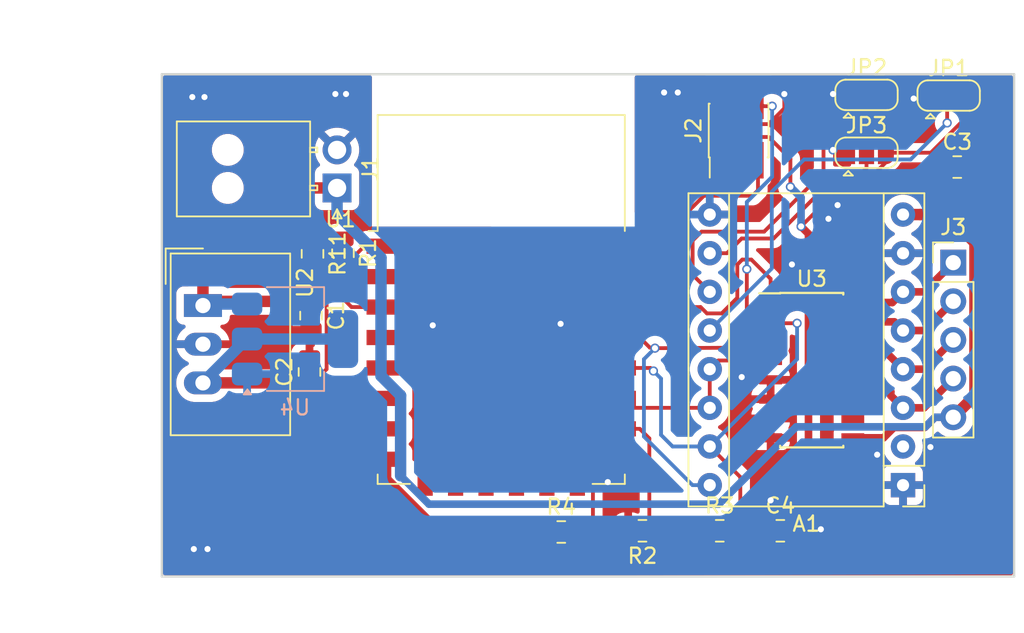
<source format=kicad_pcb>
(kicad_pcb (version 20241229) (generator "pcbnew") (generator_version "9.0")
  (layers (0 "F.Cu" signal) (2 "B.Cu" signal) (13 "F.Paste" user) (15 "B.Paste" user) (5 "F.SilkS" user) (7 "B.SilkS" user) (1 "F.Mask" user) (3 "B.Mask" user) (25 "Edge.Cuts" user))
  (net 0 "")
  (net 1 "+5V")
  (net 2 "GNDD")
  (net 3 "Net-(A1-M0)")
  (net 4 "/Coil4")
  (net 5 "/Coil3")
  (net 6 "/Coil2")
  (net 7 "/Coil1")
  (net 8 "Net-(A1-M1)")
  (net 9 "/D0")
  (net 10 "Net-(A1-M2)")
  (net 12 "+3.3V")
  (net 13 "/Esp8266/RX")
  (net 14 "/Esp8266/TX")
  (net 15 "/Esp8266/EN")
  (net 16 "/D4")
  (net 17 "/D2")
  (net 18 "Net-(U1-~{RST})")
  (net 19 "/D5")
  (net 20 "/Esp8266/GPIO15")
  (net 22 "/Esp8266/GPIO16")
  (net 26 "/Esp8266/GPIO14")
  (net 27 "/Esp8266/GPIO13")
  (net 29 "/Esp8266/GPIO12")
  (net 31 "/Esp8266/AnalogIn")
  (footprint "Capacitor_SMD:C_0805_2012Metric" (layer "F.Cu") (at 157.8 101.8625 -90)
    (property "Reference" "C1" (at 0 -1.65 90) (layer "F.SilkS"))
    (property "Value" "22uF")
    (fp_line (start -0.258578 0.71) (end 0.258578 0.71) (stroke (width 0.12)) (layer "F.SilkS"))
    (fp_line (start -0.258578 -0.71) (end 0.258578 -0.71) (stroke (width 0.12)) (layer "F.SilkS"))
    (pad "1" smd roundrect (at -0.9375 0 270) (size 0.975 1.4) (layers "F.Cu" "F.Mask" "F.Paste") (net 1 "+5V"))
    (pad "2" smd roundrect (at 0.9375 0 270) (size 0.975 1.4) (layers "F.Cu" "F.Mask" "F.Paste") (net 2 "GNDD"))
  )
  (footprint "Capacitor_SMD:C_0805_2012Metric" (layer "F.Cu") (at 157.7 105.5625 90)
    (property "Reference" "C2" (at 0 -1.65 90) (layer "F.SilkS"))
    (property "Value" "22uF")
    (fp_line (start -0.258578 -0.71) (end 0.258578 -0.71) (stroke (width 0.12)) (layer "F.SilkS"))
    (fp_line (start -0.258578 0.71) (end 0.258578 0.71) (stroke (width 0.12)) (layer "F.SilkS"))
    (pad "1" smd roundrect (at -0.9375 0 90) (size 0.975 1.4) (layers "F.Cu" "F.Mask" "F.Paste") (net 12 "+3.3V"))
    (pad "2" smd roundrect (at 0.9375 0 90) (size 0.975 1.4) (layers "F.Cu" "F.Mask" "F.Paste") (net 2 "GNDD"))
  )
  (footprint "Capacitor_SMD:C_0805_2012Metric" (layer "F.Cu") (at 200.2625 92.1)
    (property "Reference" "C3" (at 0 -1.65 0) (layer "F.SilkS"))
    (property "Value" "1uF")
    (fp_line (start -0.258578 -0.71) (end 0.258578 -0.71) (stroke (width 0.12)) (layer "F.SilkS"))
    (fp_line (start -0.258578 0.71) (end 0.258578 0.71) (stroke (width 0.12)) (layer "F.SilkS"))
    (pad "1" smd roundrect (at -0.9375 0) (size 0.975 1.4) (layers "F.Cu" "F.Mask" "F.Paste") (net 1 "+5V"))
    (pad "2" smd roundrect (at 0.9375 0) (size 0.975 1.4) (layers "F.Cu" "F.Mask" "F.Paste") (net 2 "GNDD"))
  )
  (footprint "Capacitor_SMD:C_0805_2012Metric" (layer "F.Cu") (at 188.6375 116)
    (property "Reference" "C4" (at 0 -1.65 0) (layer "F.SilkS"))
    (property "Value" "1Uf")
    (fp_line (start -0.258578 -0.71) (end 0.258578 -0.71) (stroke (width 0.12)) (layer "F.SilkS"))
    (fp_line (start -0.258578 0.71) (end 0.258578 0.71) (stroke (width 0.12)) (layer "F.SilkS"))
    (pad "1" smd roundrect (at -0.9375 0) (size 0.975 1.4) (layers "F.Cu" "F.Mask" "F.Paste") (net 12 "+3.3V"))
    (pad "2" smd roundrect (at 0.9375 0) (size 0.975 1.4) (layers "F.Cu" "F.Mask" "F.Paste") (net 2 "GNDD"))
  )
  (footprint "Pin_Headers:Pin_Header_Straight_1x05_Pitch2.54mm" (layer "F.Cu") (at 200 98.38)
    (property "Reference" "J3" (at 0 -2.33 0) (layer "F.SilkS"))
    (property "Value" "Conn_01x05")
    (fp_line (start -1.33 -1.33) (end 0 -1.33) (stroke (width 0.12)) (layer "F.SilkS"))
    (fp_line (start -1.33 0) (end -1.33 -1.33) (stroke (width 0.12)) (layer "F.SilkS"))
    (fp_line (start -1.33 1.27) (end -1.33 11.49) (stroke (width 0.12)) (layer "F.SilkS"))
    (fp_line (start -1.33 1.27) (end 1.33 1.27) (stroke (width 0.12)) (layer "F.SilkS"))
    (fp_line (start -1.33 11.49) (end 1.33 11.49) (stroke (width 0.12)) (layer "F.SilkS"))
    (fp_line (start 1.33 1.27) (end 1.33 11.49) (stroke (width 0.12)) (layer "F.SilkS"))
    (pad "1" thru_hole rect (at 0 0) (size 1.7 1.7) (drill 1) (layers "*.Cu" "*.Mask") (net 4 "/Coil4"))
    (pad "2" thru_hole oval (at 0 2.54) (size 1.7 1.7) (drill 1) (layers "*.Cu" "*.Mask") (net 5 "/Coil3"))
    (pad "3" thru_hole oval (at 0 5.08) (size 1.7 1.7) (drill 1) (layers "*.Cu" "*.Mask") (net 6 "/Coil2"))
    (pad "4" thru_hole oval (at 0 7.62) (size 1.7 1.7) (drill 1) (layers "*.Cu" "*.Mask") (net 7 "/Coil1"))
    (pad "5" thru_hole oval (at 0 10.16) (size 1.7 1.7) (drill 1) (layers "*.Cu" "*.Mask") (net 1 "+5V"))
  )
  (footprint "Resistor_SMD:R_0805_2012Metric" (layer "F.Cu") (at 159.9 97.7625 -90)
    (property "Reference" "R1" (at 0 -1.65 90) (layer "F.SilkS"))
    (property "Value" "1k")
    (fp_line (start -0.258578 0.71) (end 0.258578 0.71) (stroke (width 0.12)) (layer "F.SilkS"))
    (fp_line (start -0.258578 -0.71) (end 0.258578 -0.71) (stroke (width 0.12)) (layer "F.SilkS"))
    (pad "1" smd roundrect (at -0.9375 0 270) (size 0.975 1.4) (layers "F.Cu" "F.Mask" "F.Paste") (net 12 "+3.3V"))
    (pad "2" smd roundrect (at 0.9375 0 270) (size 0.975 1.4) (layers "F.Cu" "F.Mask" "F.Paste") (net 18 "Net-(U1-~{RST})"))
  )
  (footprint "Resistor_SMD:R_0805_2012Metric" (layer "F.Cu") (at 179.578 116 180)
    (property "Reference" "R2" (at 0 -1.65 0) (layer "F.SilkS"))
    (property "Value" "1k")
    (fp_line (start -0.258578 0.71) (end 0.258578 0.71) (stroke (width 0.12)) (layer "F.SilkS"))
    (fp_line (start -0.258578 -0.71) (end 0.258578 -0.71) (stroke (width 0.12)) (layer "F.SilkS"))
    (pad "1" smd roundrect (at -0.9375 0 180) (size 0.975 1.4) (layers "F.Cu" "F.Mask" "F.Paste") (net 20 "/Esp8266/GPIO15"))
    (pad "2" smd roundrect (at 0.9375 0 180) (size 0.975 1.4) (layers "F.Cu" "F.Mask" "F.Paste") (net 2 "GNDD"))
  )
  (footprint "Resistor_SMD:R_0805_2012Metric" (layer "F.Cu") (at 184.658 116)
    (property "Reference" "R3" (at 0 -1.65 0) (layer "F.SilkS"))
    (property "Value" "10k")
    (fp_line (start -0.258578 -0.71) (end 0.258578 -0.71) (stroke (width 0.12)) (layer "F.SilkS"))
    (fp_line (start -0.258578 0.71) (end 0.258578 0.71) (stroke (width 0.12)) (layer "F.SilkS"))
    (pad "1" smd roundrect (at -0.9375 0) (size 0.975 1.4) (layers "F.Cu" "F.Mask" "F.Paste") (net 12 "+3.3V"))
    (pad "2" smd roundrect (at 0.9375 0) (size 0.975 1.4) (layers "F.Cu" "F.Mask" "F.Paste") (net 9 "/D0"))
  )
  (footprint "Pin_Headers:Pin_Header_Straight_2x03_Pitch1.27mm_SMD" (layer "F.Cu") (at 185.9 89.7 90)
    (property "Reference" "J2" (at 0 -2.965 90) (layer "F.SilkS"))
    (property "Value" "Conn_02x03_Odd_Even")
    (fp_line (start 1.765 -1.965) (end 1.765 -1.9) (stroke (width 0.12)) (layer "F.SilkS"))
    (fp_line (start -1.765 -1.965) (end 1.765 -1.965) (stroke (width 0.12)) (layer "F.SilkS"))
    (fp_line (start -1.765 -1.965) (end -1.765 -1.9) (stroke (width 0.12)) (layer "F.SilkS"))
    (fp_line (start -3.09 -1.9) (end -1.765 -1.9) (stroke (width 0.12)) (layer "F.SilkS"))
    (fp_line (start 1.765 1.9) (end 1.765 1.965) (stroke (width 0.12)) (layer "F.SilkS"))
    (fp_line (start -1.765 1.9) (end -1.765 1.965) (stroke (width 0.12)) (layer "F.SilkS"))
    (fp_line (start -1.765 1.965) (end 1.765 1.965) (stroke (width 0.12)) (layer "F.SilkS"))
    (pad "1" smd rect (at -1.95 -1.27 90) (size 2.4 0.74) (layers "F.Cu" "F.Mask" "F.Paste") (net 15 "/Esp8266/EN"))
    (pad "2" smd rect (at 1.95 -1.27 90) (size 2.4 0.74) (layers "F.Cu" "F.Mask" "F.Paste") (net 12 "+3.3V"))
    (pad "3" smd rect (at -1.95 0 90) (size 2.4 0.74) (layers "F.Cu" "F.Mask" "F.Paste") (net 14 "/Esp8266/TX"))
    (pad "4" smd rect (at 1.95 0 90) (size 2.4 0.74) (layers "F.Cu" "F.Mask" "F.Paste") (net 2 "GNDD"))
    (pad "5" smd rect (at -1.95 1.27 90) (size 2.4 0.74) (layers "F.Cu" "F.Mask" "F.Paste") (net 13 "/Esp8266/RX"))
    (pad "6" smd rect (at 1.95 1.27 90) (size 2.4 0.74) (layers "F.Cu" "F.Mask" "F.Paste") (net 9 "/D0"))
  )
  (footprint "Resistor_SMD:R_0805_2012Metric" (layer "F.Cu") (at 174.244 116.078)
    (property "Reference" "R4" (at 0 -1.65 0) (layer "F.SilkS"))
    (property "Value" "10k")
    (fp_line (start -0.258578 -0.71) (end 0.258578 -0.71) (stroke (width 0.12)) (layer "F.SilkS"))
    (fp_line (start -0.258578 0.71) (end 0.258578 0.71) (stroke (width 0.12)) (layer "F.SilkS"))
    (pad "1" smd roundrect (at -0.9375 0) (size 0.975 1.4) (layers "F.Cu" "F.Mask" "F.Paste") (net 12 "+3.3V"))
    (pad "2" smd roundrect (at 0.9375 0) (size 0.975 1.4) (layers "F.Cu" "F.Mask" "F.Paste") (net 17 "/D2"))
  )
  (footprint "Connectors_Molex:Molex_NanoFit_1x02x2.50mm_Angled" (layer "F.Cu") (at 159.512 93.472 90)
    (property "Reference" "J1" (at 1.25 2.2 90) (layer "F.SilkS"))
    (property "Value" "Power")
    (fp_line (start 4.37 -10.53) (end -1.87 -10.53) (stroke (width 0.12)) (layer "F.SilkS"))
    (fp_line (start -1.87 -10.53) (end -1.87 -1.77) (stroke (width 0.12)) (layer "F.SilkS"))
    (fp_line (start 4.37 -1.77) (end 4.37 -10.53) (stroke (width 0.12)) (layer "F.SilkS"))
    (fp_line (start 2.65 -1.77) (end 2.35 -1.77) (stroke (width 0.12)) (layer "F.SilkS"))
    (fp_line (start 2.35 -1.77) (end 2.35 -1.3) (stroke (width 0.12)) (layer "F.SilkS"))
    (fp_line (start 0.15 -1.77) (end -0.15 -1.77) (stroke (width 0.12)) (layer "F.SilkS"))
    (fp_line (start -0.15 -1.77) (end -0.15 -1.3) (stroke (width 0.12)) (layer "F.SilkS"))
    (fp_line (start -1.87 -1.77) (end 4.37 -1.77) (stroke (width 0.12)) (layer "F.SilkS"))
    (fp_line (start 2.65 -1.3) (end 2.65 -1.77) (stroke (width 0.12)) (layer "F.SilkS"))
    (fp_line (start 2.35 -1.3) (end 2.65 -1.3) (stroke (width 0.12)) (layer "F.SilkS"))
    (fp_line (start 0.15 -1.3) (end 0.15 -1.77) (stroke (width 0.12)) (layer "F.SilkS"))
    (fp_line (start -0.15 -1.3) (end 0.15 -1.3) (stroke (width 0.12)) (layer "F.SilkS"))
    (fp_line (start -2 -0.3) (end -1.4 0) (stroke (width 0.12)) (layer "F.SilkS"))
    (fp_line (start -1.4 0) (end -2 0.3) (stroke (width 0.12)) (layer "F.SilkS"))
    (fp_line (start -2 0.3) (end -2 -0.3) (stroke (width 0.12)) (layer "F.SilkS"))
    (pad "" np_thru_hole circle (at 0 -7.18 90) (size 1.6 1.6) (drill 1.6) (layers "*.Cu" "*.Mask"))
    (pad "" np_thru_hole circle (at 2.5 -7.18 90) (size 1.6 1.6) (drill 1.6) (layers "*.Cu" "*.Mask"))
    (pad "1" thru_hole rect (at 0 0 90) (size 1.9 1.9) (drill 1.2) (layers "*.Cu" "*.Mask") (net 1 "+5V"))
    (pad "2" thru_hole circle (at 2.5 0 90) (size 1.9 1.9) (drill 1.2) (layers "*.Cu" "*.Mask") (net 2 "GNDD"))
  )
  (footprint "Modules:Pololu_Breakout-16_15.2x20.3mm" (layer "F.Cu") (at 196.7 113 180)
    (property "Reference" "A1" (at 6.35 -2.54 180) (layer "F.SilkS"))
    (property "Value" "Pololu_Breakout_DRV8825")
    (fp_line (start 14.1 19.18) (end 14.1 -1.4) (stroke (width 0.12)) (layer "F.SilkS"))
    (fp_line (start 14.1 -1.4) (end 1.27 -1.4) (stroke (width 0.12)) (layer "F.SilkS"))
    (fp_line (start 11.43 -1.4) (end 11.43 19.18) (stroke (width 0.12)) (layer "F.SilkS"))
    (fp_line (start 1.27 1.27) (end 1.27 19.18) (stroke (width 0.12)) (layer "F.SilkS"))
    (fp_line (start 1.27 1.27) (end -1.4 1.27) (stroke (width 0.12)) (layer "F.SilkS"))
    (fp_line (start 1.27 -1.4) (end 1.27 1.27) (stroke (width 0.12)) (layer "F.SilkS"))
    (fp_line (start 0 -1.4) (end -1.4 -1.4) (stroke (width 0.12)) (layer "F.SilkS"))
    (fp_line (start -1.4 19.18) (end 14.1 19.18) (stroke (width 0.12)) (layer "F.SilkS"))
    (fp_line (start -1.4 1.27) (end -1.4 19.18) (stroke (width 0.12)) (layer "F.SilkS"))
    (fp_line (start -1.4 -1.4) (end -1.4 0) (stroke (width 0.12)) (layer "F.SilkS"))
    (pad "1" thru_hole rect (at 0 0 180) (size 1.6 1.6) (drill 0.8) (layers "*.Cu" "*.Mask") (net 2 "GNDD"))
    (pad "2" thru_hole oval (at 0 2.54 180) (size 1.6 1.6) (drill 0.8) (layers "*.Cu" "*.Mask"))
    (pad "3" thru_hole oval (at 0 5.08 180) (size 1.6 1.6) (drill 0.8) (layers "*.Cu" "*.Mask") (net 7 "/Coil1"))
    (pad "4" thru_hole oval (at 0 7.62 180) (size 1.6 1.6) (drill 0.8) (layers "*.Cu" "*.Mask") (net 6 "/Coil2"))
    (pad "5" thru_hole oval (at 0 10.16 180) (size 1.6 1.6) (drill 0.8) (layers "*.Cu" "*.Mask") (net 5 "/Coil3"))
    (pad "6" thru_hole oval (at 0 12.7 180) (size 1.6 1.6) (drill 0.8) (layers "*.Cu" "*.Mask") (net 4 "/Coil4"))
    (pad "7" thru_hole oval (at 0 15.24 180) (size 1.6 1.6) (drill 0.8) (layers "*.Cu" "*.Mask") (net 2 "GNDD"))
    (pad "8" thru_hole oval (at 0 17.78 180) (size 1.6 1.6) (drill 0.8) (layers "*.Cu" "*.Mask") (net 1 "+5V"))
    (pad "9" thru_hole oval (at 12.7 17.78 180) (size 1.6 1.6) (drill 0.8) (layers "*.Cu" "*.Mask") (net 2 "GNDD"))
    (pad "10" thru_hole oval (at 12.7 15.24 180) (size 1.6 1.6) (drill 0.8) (layers "*.Cu" "*.Mask") (net 3 "Net-(A1-M0)"))
    (pad "11" thru_hole oval (at 12.7 12.7 180) (size 1.6 1.6) (drill 0.8) (layers "*.Cu" "*.Mask") (net 8 "Net-(A1-M1)"))
    (pad "12" thru_hole oval (at 12.7 10.16 180) (size 1.6 1.6) (drill 0.8) (layers "*.Cu" "*.Mask") (net 10 "Net-(A1-M2)"))
    (pad "13" thru_hole oval (at 12.7 7.62 180) (size 1.6 1.6) (drill 0.8) (layers "*.Cu" "*.Mask") (net 17 "/D2"))
    (pad "14" thru_hole oval (at 12.7 5.08 180) (size 1.6 1.6) (drill 0.8) (layers "*.Cu" "*.Mask") (net 17 "/D2"))
    (pad "15" thru_hole oval (at 12.7 2.54 180) (size 1.6 1.6) (drill 0.8) (layers "*.Cu" "*.Mask") (net 9 "/D0"))
    (pad "16" thru_hole oval (at 12.7 0 180) (size 1.6 1.6) (drill 0.8) (layers "*.Cu" "*.Mask") (net 16 "/D4"))
  )
  (footprint "Housings_SOIC:SOIC-16_3.9x9.9mm_Pitch1.27mm" (layer "F.Cu") (at 190.7 105.445)
    (property "Reference" "U3" (at 0 -6 0) (layer "F.SilkS"))
    (property "Value" "ULN2003A")
    (fp_line (start -2.075 -5.075) (end -2.075 -5.05) (stroke (width 0.15)) (layer "F.SilkS"))
    (fp_line (start -2.075 -5.075) (end 2.075 -5.075) (stroke (width 0.15)) (layer "F.SilkS"))
    (fp_line (start -2.075 -5.05) (end -3.45 -5.05) (stroke (width 0.15)) (layer "F.SilkS"))
    (fp_line (start -2.075 5.075) (end -2.075 4.97) (stroke (width 0.15)) (layer "F.SilkS"))
    (fp_line (start -2.075 5.075) (end 2.075 5.075) (stroke (width 0.15)) (layer "F.SilkS"))
    (fp_line (start 2.075 -5.075) (end 2.075 -4.97) (stroke (width 0.15)) (layer "F.SilkS"))
    (fp_line (start 2.075 5.075) (end 2.075 4.97) (stroke (width 0.15)) (layer "F.SilkS"))
    (pad "1" smd rect (at -2.7 -4.445) (size 1.5 0.6) (layers "F.Cu" "F.Mask" "F.Paste") (net 19 "/D5"))
    (pad "2" smd rect (at -2.7 -3.175) (size 1.5 0.6) (layers "F.Cu" "F.Mask" "F.Paste") (net 9 "/D0"))
    (pad "3" smd rect (at -2.7 -1.905) (size 1.5 0.6) (layers "F.Cu" "F.Mask" "F.Paste") (net 16 "/D4"))
    (pad "4" smd rect (at -2.7 -0.635) (size 1.5 0.6) (layers "F.Cu" "F.Mask" "F.Paste") (net 17 "/D2"))
    (pad "5" smd rect (at -2.7 0.635) (size 1.5 0.6) (layers "F.Cu" "F.Mask" "F.Paste") (net 2 "GNDD"))
    (pad "6" smd rect (at -2.7 1.905) (size 1.5 0.6) (layers "F.Cu" "F.Mask" "F.Paste") (net 2 "GNDD"))
    (pad "7" smd rect (at -2.7 3.175) (size 1.5 0.6) (layers "F.Cu" "F.Mask" "F.Paste") (net 2 "GNDD"))
    (pad "8" smd rect (at -2.7 4.445) (size 1.5 0.6) (layers "F.Cu" "F.Mask" "F.Paste") (net 2 "GNDD"))
    (pad "9" smd rect (at 2.7 4.445) (size 1.5 0.6) (layers "F.Cu" "F.Mask" "F.Paste") (net 1 "+5V"))
    (pad "10" smd rect (at 2.7 3.175) (size 1.5 0.6) (layers "F.Cu" "F.Mask" "F.Paste"))
    (pad "11" smd rect (at 2.7 1.905) (size 1.5 0.6) (layers "F.Cu" "F.Mask" "F.Paste"))
    (pad "12" smd rect (at 2.7 0.635) (size 1.5 0.6) (layers "F.Cu" "F.Mask" "F.Paste"))
    (pad "13" smd rect (at 2.7 -0.635) (size 1.5 0.6) (layers "F.Cu" "F.Mask" "F.Paste") (net 7 "/Coil1"))
    (pad "14" smd rect (at 2.7 -1.905) (size 1.5 0.6) (layers "F.Cu" "F.Mask" "F.Paste") (net 6 "/Coil2"))
    (pad "15" smd rect (at 2.7 -3.175) (size 1.5 0.6) (layers "F.Cu" "F.Mask" "F.Paste") (net 5 "/Coil3"))
    (pad "16" smd rect (at 2.7 -4.445) (size 1.5 0.6) (layers "F.Cu" "F.Mask" "F.Paste") (net 4 "/Coil4"))
  )
  (footprint "Converter_DCDC:Converter_DCDC_TRACO_TSR-1_THT" (layer "F.Cu") (at 150.7 101.2 -90)
    (property "Reference" "U2" (at -1.5 -6.71 90) (layer "F.SilkS"))
    (property "Value" "TSR_1-2433")
    (fp_line (start -3.75 2.45) (end -1.42 2.45) (stroke (width 0.12)) (layer "F.SilkS"))
    (fp_line (start -3.42 2.12) (end -3.42 -5.73) (stroke (width 0.12)) (layer "F.SilkS"))
    (fp_line (start 8.52 2.12) (end -3.42 2.12) (stroke (width 0.12)) (layer "F.SilkS"))
    (fp_line (start -3.75 0) (end -3.75 2.45) (stroke (width 0.12)) (layer "F.SilkS"))
    (fp_line (start -3.42 -5.73) (end 8.52 -5.73) (stroke (width 0.12)) (layer "F.SilkS"))
    (fp_line (start 8.52 -5.73) (end 8.52 2.12) (stroke (width 0.12)) (layer "F.SilkS"))
    (pad "1" thru_hole rect (at 0 0 270) (size 1.5 2.5) (drill 1) (layers "*.Cu" "*.Mask") (net 1 "+5V"))
    (pad "2" thru_hole oval (at 2.54 0 270) (size 1.5 2.5) (drill 1) (layers "*.Cu" "*.Mask") (net 2 "GNDD"))
    (pad "3" thru_hole oval (at 5.08 0 270) (size 1.5 2.5) (drill 1) (layers "*.Cu" "*.Mask") (net 12 "+3.3V"))
  )
  (footprint "Resistor_SMD:R_0805_2012Metric" (layer "F.Cu") (at 157.9 97.8 -90)
    (property "Reference" "R11" (at 0 -1.65 90) (layer "F.SilkS"))
    (property "Value" "1k")
    (fp_line (start -0.258578 0.71) (end 0.258578 0.71) (stroke (width 0.12)) (layer "F.SilkS"))
    (fp_line (start -0.258578 -0.71) (end 0.258578 -0.71) (stroke (width 0.12)) (layer "F.SilkS"))
    (pad "1" smd roundrect (at -0.9375 0 270) (size 0.975 1.4) (layers "F.Cu" "F.Mask" "F.Paste") (net 12 "+3.3V"))
    (pad "2" smd roundrect (at 0.9375 0 270) (size 0.975 1.4) (layers "F.Cu" "F.Mask" "F.Paste") (net 15 "/Esp8266/EN"))
  )
  (footprint "RF_Module:ESP-12E" (layer "F.Cu") (at 170.3 100.8)
    (property "Reference" "U1" (at -10.56 -5.26 0) (layer "F.SilkS"))
    (property "Value" "ESP-12E")
    (fp_line (start -8.12 -12.12) (end 8.12 -12.12) (stroke (width 0.12)) (layer "F.SilkS"))
    (fp_line (start -8.12 -4.5) (end -8.73 -4.5) (stroke (width 0.12)) (layer "F.SilkS"))
    (fp_line (start -8.12 -4.5) (end -8.12 -12.12) (stroke (width 0.12)) (layer "F.SilkS"))
    (fp_line (start -8.12 12.12) (end -8.12 11.5) (stroke (width 0.12)) (layer "F.SilkS"))
    (fp_line (start -6 12.12) (end -8.12 12.12) (stroke (width 0.12)) (layer "F.SilkS"))
    (fp_line (start 8.12 -12.12) (end 8.12 -4.5) (stroke (width 0.12)) (layer "F.SilkS"))
    (fp_line (start 8.12 11.5) (end 8.12 12.12) (stroke (width 0.12)) (layer "F.SilkS"))
    (fp_line (start 8.12 12.12) (end 6 12.12) (stroke (width 0.12)) (layer "F.SilkS"))
    (pad "1" smd rect (at -7.6 -3.5) (size 2.5 1) (layers "F.Cu" "F.Mask" "F.Paste") (net 18 "Net-(U1-~{RST})"))
    (pad "2" smd rect (at -7.6 -1.5) (size 2.5 1) (layers "F.Cu" "F.Mask" "F.Paste") (net 31 "/Esp8266/AnalogIn"))
    (pad "3" smd rect (at -7.6 0.5) (size 2.5 1) (layers "F.Cu" "F.Mask" "F.Paste") (net 15 "/Esp8266/EN"))
    (pad "4" smd rect (at -7.6 2.5) (size 2.5 1) (layers "F.Cu" "F.Mask" "F.Paste") (net 22 "/Esp8266/GPIO16"))
    (pad "5" smd rect (at -7.6 4.5) (size 2.5 1) (layers "F.Cu" "F.Mask" "F.Paste") (net 26 "/Esp8266/GPIO14"))
    (pad "6" smd rect (at -7.6 6.5) (size 2.5 1) (layers "F.Cu" "F.Mask" "F.Paste") (net 29 "/Esp8266/GPIO12"))
    (pad "7" smd rect (at -7.6 8.5) (size 2.5 1) (layers "F.Cu" "F.Mask" "F.Paste") (net 27 "/Esp8266/GPIO13"))
    (pad "8" smd rect (at -7.6 10.5) (size 2.5 1) (layers "F.Cu" "F.Mask" "F.Paste") (net 12 "+3.3V"))
    (pad "9" smd rect (at -5 12) (size 1 1.8) (layers "F.Cu" "F.Mask" "F.Paste"))
    (pad "10" smd rect (at -3 12) (size 1 1.8) (layers "F.Cu" "F.Mask" "F.Paste"))
    (pad "11" smd rect (at -1 12) (size 1 1.8) (layers "F.Cu" "F.Mask" "F.Paste"))
    (pad "12" smd rect (at 1 12) (size 1 1.8) (layers "F.Cu" "F.Mask" "F.Paste"))
    (pad "13" smd rect (at 3 12) (size 1 1.8) (layers "F.Cu" "F.Mask" "F.Paste"))
    (pad "14" smd rect (at 5 12) (size 1 1.8) (layers "F.Cu" "F.Mask" "F.Paste"))
    (pad "15" smd rect (at 7.6 10.5) (size 2.5 1) (layers "F.Cu" "F.Mask" "F.Paste") (net 2 "GNDD"))
    (pad "16" smd rect (at 7.6 8.5) (size 2.5 1) (layers "F.Cu" "F.Mask" "F.Paste") (net 20 "/Esp8266/GPIO15"))
    (pad "17" smd rect (at 7.6 6.5) (size 2.5 1) (layers "F.Cu" "F.Mask" "F.Paste") (net 17 "/D2"))
    (pad "18" smd rect (at 7.6 4.5) (size 2.5 1) (layers "F.Cu" "F.Mask" "F.Paste") (net 9 "/D0"))
    (pad "19" smd rect (at 7.6 2.5) (size 2.5 1) (layers "F.Cu" "F.Mask" "F.Paste") (net 16 "/D4"))
    (pad "20" smd rect (at 7.6 0.5) (size 2.5 1) (layers "F.Cu" "F.Mask" "F.Paste") (net 19 "/D5"))
    (pad "21" smd rect (at 7.6 -1.5) (size 2.5 1) (layers "F.Cu" "F.Mask" "F.Paste") (net 13 "/Esp8266/RX"))
    (pad "22" smd rect (at 7.6 -3.5) (size 2.5 1) (layers "F.Cu" "F.Mask" "F.Paste") (net 14 "/Esp8266/TX"))
  )
  (footprint "Jumper:SolderJumper-3_P1.3mm_Open_RoundedPad1.0x1.5mm" (layer "F.Cu") (at 199.7 87.4)
    (property "Reference" "JP1" (at 0 -1.8 0) (layer "F.SilkS"))
    (property "Value" "jumper")
    (fp_line (start -2.05 0.3) (end -2.05 -0.3) (stroke (width 0.12)) (layer "F.SilkS"))
    (fp_line (start -1.5 1.5) (end -0.9 1.5) (stroke (width 0.12)) (layer "F.SilkS"))
    (fp_line (start -1.4 -1) (end 1.4 -1) (stroke (width 0.12)) (layer "F.SilkS"))
    (fp_line (start -1.2 1.2) (end -1.5 1.5) (stroke (width 0.12)) (layer "F.SilkS"))
    (fp_line (start -1.2 1.2) (end -0.9 1.5) (stroke (width 0.12)) (layer "F.SilkS"))
    (fp_line (start 1.4 1) (end -1.4 1) (stroke (width 0.12)) (layer "F.SilkS"))
    (fp_line (start 2.05 -0.3) (end 2.05 0.3) (stroke (width 0.12)) (layer "F.SilkS"))
    (fp_arc (start -2.05 -0.3) (mid -1.844975 -0.794975) (end -1.35 -1) (stroke (width 0.12)) (layer "F.SilkS"))
    (fp_arc (start -1.35 1) (mid -1.844975 0.794975) (end -2.05 0.3) (stroke (width 0.12)) (layer "F.SilkS"))
    (fp_arc (start 1.35 -1) (mid 1.844975 -0.794975) (end 2.05 -0.3) (stroke (width 0.12)) (layer "F.SilkS"))
    (fp_arc (start 2.05 0.3) (mid 1.844975 0.794975) (end 1.35 1) (stroke (width 0.12)) (layer "F.SilkS"))
    (pad "1" smd custom (at -1.3 0) (size 1 0.5) (layers "F.Cu" "F.Mask") (net 2 "GNDD") (options (clearance outline) (anchor rect)) (primitives (gr_circle (center 0 0.25) (end 0.5 0.25) (width 0) (fill yes)) (gr_circle (center 0 -0.25) (end 0.5 -0.25) (width 0) (fill yes)) (gr_poly (pts (xy 0.55 0.75) (xy 0 0.75) (xy 0 -0.75) (xy 0.55 -0.75)) (width 0) (fill yes))))
    (pad "2" smd rect (at 0 0) (size 1 1.5) (layers "F.Cu" "F.Mask") (net 10 "Net-(A1-M2)"))
    (pad "3" smd custom (at 1.3 0) (size 1 0.5) (layers "F.Cu" "F.Mask") (net 12 "+3.3V") (options (clearance outline) (anchor rect)) (primitives (gr_circle (center 0 0.25) (end 0.5 0.25) (width 0) (fill yes)) (gr_circle (center 0 -0.25) (end 0.5 -0.25) (width 0) (fill yes)) (gr_poly (pts (xy 0 0.75) (xy -0.55 0.75) (xy -0.55 -0.75) (xy 0 -0.75)) (width 0) (fill yes))))
  )
  (footprint "Jumper:SolderJumper-3_P1.3mm_Open_RoundedPad1.0x1.5mm" (layer "F.Cu") (at 194.3 87.3575)
    (property "Reference" "JP2" (at 0 -1.8 0) (layer "F.SilkS"))
    (property "Value" "Jumper")
    (fp_line (start -2.05 0.3) (end -2.05 -0.3) (stroke (width 0.12)) (layer "F.SilkS"))
    (fp_line (start -1.5 1.5) (end -0.9 1.5) (stroke (width 0.12)) (layer "F.SilkS"))
    (fp_line (start -1.4 -1) (end 1.4 -1) (stroke (width 0.12)) (layer "F.SilkS"))
    (fp_line (start -1.2 1.2) (end -1.5 1.5) (stroke (width 0.12)) (layer "F.SilkS"))
    (fp_line (start -1.2 1.2) (end -0.9 1.5) (stroke (width 0.12)) (layer "F.SilkS"))
    (fp_line (start 1.4 1) (end -1.4 1) (stroke (width 0.12)) (layer "F.SilkS"))
    (fp_line (start 2.05 -0.3) (end 2.05 0.3) (stroke (width 0.12)) (layer "F.SilkS"))
    (fp_arc (start -2.05 -0.3) (mid -1.844975 -0.794975) (end -1.35 -1) (stroke (width 0.12)) (layer "F.SilkS"))
    (fp_arc (start -1.35 1) (mid -1.844975 0.794975) (end -2.05 0.3) (stroke (width 0.12)) (layer "F.SilkS"))
    (fp_arc (start 1.35 -1) (mid 1.844975 -0.794975) (end 2.05 -0.3) (stroke (width 0.12)) (layer "F.SilkS"))
    (fp_arc (start 2.05 0.3) (mid 1.844975 0.794975) (end 1.35 1) (stroke (width 0.12)) (layer "F.SilkS"))
    (pad "1" smd custom (at -1.3 0) (size 1 0.5) (layers "F.Cu" "F.Mask") (net 2 "GNDD") (options (clearance outline) (anchor rect)) (primitives (gr_circle (center 0 0.25) (end 0.5 0.25) (width 0) (fill yes)) (gr_circle (center 0 -0.25) (end 0.5 -0.25) (width 0) (fill yes)) (gr_poly (pts (xy 0.55 0.75) (xy 0 0.75) (xy 0 -0.75) (xy 0.55 -0.75)) (width 0) (fill yes))))
    (pad "2" smd rect (at 0 0) (size 1 1.5) (layers "F.Cu" "F.Mask") (net 8 "Net-(A1-M1)"))
    (pad "3" smd custom (at 1.3 0) (size 1 0.5) (layers "F.Cu" "F.Mask") (net 12 "+3.3V") (options (clearance outline) (anchor rect)) (primitives (gr_circle (center 0 0.25) (end 0.5 0.25) (width 0) (fill yes)) (gr_circle (center 0 -0.25) (end 0.5 -0.25) (width 0) (fill yes)) (gr_poly (pts (xy 0 0.75) (xy -0.55 0.75) (xy -0.55 -0.75) (xy 0 -0.75)) (width 0) (fill yes))))
  )
  (footprint "Jumper:SolderJumper-3_P1.3mm_Open_RoundedPad1.0x1.5mm" (layer "F.Cu") (at 194.3 91.1575)
    (property "Reference" "JP3" (at 0 -1.8 0) (layer "F.SilkS"))
    (property "Value" "Jumper")
    (fp_line (start -2.05 0.3) (end -2.05 -0.3) (stroke (width 0.12)) (layer "F.SilkS"))
    (fp_line (start -1.5 1.5) (end -0.9 1.5) (stroke (width 0.12)) (layer "F.SilkS"))
    (fp_line (start -1.4 -1) (end 1.4 -1) (stroke (width 0.12)) (layer "F.SilkS"))
    (fp_line (start -1.2 1.2) (end -1.5 1.5) (stroke (width 0.12)) (layer "F.SilkS"))
    (fp_line (start -1.2 1.2) (end -0.9 1.5) (stroke (width 0.12)) (layer "F.SilkS"))
    (fp_line (start 1.4 1) (end -1.4 1) (stroke (width 0.12)) (layer "F.SilkS"))
    (fp_line (start 2.05 -0.3) (end 2.05 0.3) (stroke (width 0.12)) (layer "F.SilkS"))
    (fp_arc (start -2.05 -0.3) (mid -1.844975 -0.794975) (end -1.35 -1) (stroke (width 0.12)) (layer "F.SilkS"))
    (fp_arc (start -1.35 1) (mid -1.844975 0.794975) (end -2.05 0.3) (stroke (width 0.12)) (layer "F.SilkS"))
    (fp_arc (start 1.35 -1) (mid 1.844975 -0.794975) (end 2.05 -0.3) (stroke (width 0.12)) (layer "F.SilkS"))
    (fp_arc (start 2.05 0.3) (mid 1.844975 0.794975) (end 1.35 1) (stroke (width 0.12)) (layer "F.SilkS"))
    (pad "1" smd custom (at -1.3 0) (size 1 0.5) (layers "F.Cu" "F.Mask") (net 2 "GNDD") (options (clearance outline) (anchor rect)) (primitives (gr_circle (center 0 0.25) (end 0.5 0.25) (width 0) (fill yes)) (gr_circle (center 0 -0.25) (end 0.5 -0.25) (width 0) (fill yes)) (gr_poly (pts (xy 0.55 0.75) (xy 0 0.75) (xy 0 -0.75) (xy 0.55 -0.75)) (width 0) (fill yes))))
    (pad "2" smd rect (at 0 0) (size 1 1.5) (layers "F.Cu" "F.Mask") (net 3 "Net-(A1-M0)"))
    (pad "3" smd custom (at 1.3 0) (size 1 0.5) (layers "F.Cu" "F.Mask") (net 12 "+3.3V") (options (clearance outline) (anchor rect)) (primitives (gr_circle (center 0 0.25) (end 0.5 0.25) (width 0) (fill yes)) (gr_circle (center 0 -0.25) (end 0.5 -0.25) (width 0) (fill yes)) (gr_poly (pts (xy 0 0.75) (xy -0.55 0.75) (xy -0.55 -0.75) (xy 0 -0.75)) (width 0) (fill yes))))
  )
  (footprint "Package_TO_SOT_SMD:SOT-223-3_TabPin2" (layer "B.Cu") (at 156.75 103.4)
    (property "Reference" "U4" (at 0 4.5 0) (layer "B.SilkS") (effects (justify mirror)))
    (property "Value" "AZ1117-3.3")
    (fp_line (start -1.85 -3.41) (end 1.91 -3.41) (stroke (width 0.12)) (layer "B.SilkS"))
    (fp_line (start -1.85 3.41) (end 1.91 3.41) (stroke (width 0.12)) (layer "B.SilkS"))
    (fp_line (start 1.91 -3.41) (end 1.91 -2.15) (stroke (width 0.12)) (layer "B.SilkS"))
    (fp_line (start 1.91 3.41) (end 1.91 2.15) (stroke (width 0.12)) (layer "B.SilkS"))
    (fp_poly (pts (xy -3.13 3.31) (xy -3.37 3.64) (xy -2.89 3.64) (xy -3.13 3.31)) (stroke (width 0.12)) (fill yes) (layer "B.SilkS"))
    (pad "1" smd roundrect (at -3.15 2.3) (size 2 1.5) (layers "B.Cu" "B.Mask" "B.Paste") (net 2 "GNDD"))
    (pad "2" smd roundrect (at -3.15 0) (size 2 1.5) (layers "B.Cu" "B.Mask" "B.Paste") (net 12 "+3.3V"))
    (pad "2" smd roundrect (at 3.15 0) (size 2 3.8) (layers "B.Cu" "B.Mask" "B.Paste") (net 12 "+3.3V"))
    (pad "3" smd roundrect (at -3.15 -2.3) (size 2 1.5) (layers "B.Cu" "B.Mask" "B.Paste") (net 1 "+5V"))
  )
  (gr_line (start 148 86) (end 204 86) (stroke (width 0.15)) (layer "Edge.Cuts"))
  (gr_line (start 204 86) (end 204 119) (stroke (width 0.15)) (layer "Edge.Cuts"))
  (gr_line (start 204 119) (end 148 119) (stroke (width 0.15)) (layer "Edge.Cuts"))
  (gr_line (start 148 119) (end 148 86) (stroke (width 0.15)) (layer "Edge.Cuts"))
  (segment (start 193.4 109.89) (end 195.419998 109.89) (width 0.5) (layer "F.Cu") (net 1))
  (segment (start 201.425001 97.069999) (end 199.575002 95.22) (width 0.75) (layer "F.Cu") (net 1))
  (segment (start 150.975 100.925) (end 150.7 101.2) (width 0.75) (layer "F.Cu") (net 1))
  (segment (start 195.419998 109.89) (end 196.099999 109.209999) (width 0.5) (layer "F.Cu") (net 1))
  (segment (start 150.7 99.7) (end 156.928 93.472) (width 0.75) (layer "F.Cu") (net 1))
  (segment (start 198.12792 109.209999) (end 198.797919 108.54) (width 0.5) (layer "F.Cu") (net 1))
  (segment (start 201.425001 107.114999) (end 201.425001 97.069999) (width 0.75) (layer "F.Cu") (net 1))
  (segment (start 157.8 100.925) (end 150.975 100.925) (width 0.75) (layer "F.Cu") (net 1))
  (segment (start 199.575002 93.050002) (end 199.575002 95.22) (width 0.75) (layer "F.Cu") (net 1))
  (segment (start 199.575002 95.22) (end 197.83137 95.22) (width 0.75) (layer "F.Cu") (net 1))
  (segment (start 157.812 93.472) (end 159.512 93.472) (width 0.75) (layer "F.Cu") (net 1))
  (segment (start 150.7 101.2) (end 150.7 99.7) (width 0.75) (layer "F.Cu") (net 1))
  (segment (start 200 108.54) (end 201.425001 107.114999) (width 0.75) (layer "F.Cu") (net 1))
  (segment (start 196.099999 109.209999) (end 198.12792 109.209999) (width 0.5) (layer "F.Cu") (net 1))
  (segment (start 197.83137 95.22) (end 196.7 95.22) (width 0.75) (layer "F.Cu") (net 1))
  (segment (start 198.797919 108.54) (end 200 108.54) (width 0.5) (layer "F.Cu") (net 1))
  (segment (start 156.928 93.472) (end 157.812 93.472) (width 0.75) (layer "F.Cu") (net 1))
  (segment (start 199.325 92.1) (end 199.325 92.8) (width 0.75) (layer "F.Cu") (net 1))
  (segment (start 199.325 92.8) (end 199.575002 93.050002) (width 0.75) (layer "F.Cu") (net 1))
  (segment (start 184.600001 114.250001) (end 189.680001 109.170001) (width 0.5) (layer "B.Cu") (net 1))
  (segment (start 150.8 101.1) (end 150.7 101.2) (width 0.75) (layer "B.Cu") (net 1))
  (segment (start 162.4 105.824) (end 162.4 98.06) (width 0.75) (layer "B.Cu") (net 1))
  (segment (start 163.686427 112.383992) (end 165.552436 114.250001) (width 0.5) (layer "B.Cu") (net 1))
  (segment (start 153.6 101.1) (end 150.8 101.1) (width 0.75) (layer "B.Cu") (net 1))
  (segment (start 165.552436 114.250001) (end 184.600001 114.250001) (width 0.5) (layer "B.Cu") (net 1))
  (segment (start 162.4 98.06) (end 159.512 95.172) (width 0.75) (layer "B.Cu") (net 1))
  (segment (start 163.686427 107.110427) (end 162.4 105.824) (width 0.75) (layer "B.Cu") (net 1))
  (segment (start 198.167918 109.170001) (end 198.797919 108.54) (width 0.5) (layer "B.Cu") (net 1))
  (segment (start 159.512 95.172) (end 159.512 93.472) (width 0.75) (layer "B.Cu") (net 1))
  (segment (start 163.686427 112.383992) (end 163.686427 107.110427) (width 0.75) (layer "B.Cu") (net 1))
  (segment (start 198.797919 108.54) (end 200 108.54) (width 0.5) (layer "B.Cu") (net 1))
  (segment (start 189.680001 109.170001) (end 198.167918 109.170001) (width 0.5) (layer "B.Cu") (net 1))
  (segment (start 185.9 88.702) (end 186.474 89.276) (width 0.25) (layer "F.Cu") (net 2))
  (segment (start 198.4 87.4) (end 197.6 87.4) (width 0.25) (layer "F.Cu") (net 2))
  (segment (start 186.474 89.276) (end 187.866 89.276) (width 0.25) (layer "F.Cu") (net 2))
  (segment (start 192.2825 91.1575) (end 192.1 90.975) (width 0.25) (layer "F.Cu") (net 2))
  (segment (start 193 87.3575) (end 192.1575 87.3575) (width 0.25) (layer "F.Cu") (net 2))
  (segment (start 197.6 87.4) (end 197.4 87.6) (width 0.25) (layer "F.Cu") (net 2))
  (segment (start 187.866 89.276) (end 188.9 88.242) (width 0.25) (layer "F.Cu") (net 2))
  (segment (start 188.9 88.242) (end 188.9 87.3) (width 0.25) (layer "F.Cu") (net 2))
  (segment (start 193 91.1575) (end 192.2825 91.1575) (width 0.25) (layer "F.Cu") (net 2))
  (segment (start 185.9 87.75) (end 185.9 88.702) (width 0.25) (layer "F.Cu") (net 2))
  (segment (start 192.1575 87.3575) (end 192.1 87.3) (width 0.25) (layer "F.Cu") (net 2))
  (via (at 181.9 87.2) (size 0.6) (drill 0.4) (layers "F.Cu" "B.Cu") (net 2))
  (via (at 160.1 87.3) (size 0.6) (drill 0.4) (layers "F.Cu" "B.Cu") (net 2))
  (via (at 165.8 102.5) (size 0.6) (drill 0.4) (layers "F.Cu" "B.Cu") (net 2))
  (via (at 192.4 94.6) (size 0.6) (drill 0.4) (layers "F.Cu" "B.Cu") (net 2))
  (via (at 192.1 90.975) (size 0.6) (drill 0.4) (layers "F.Cu" "B.Cu") (net 2))
  (via (at 174.2 102.4) (size 0.6) (drill 0.4) (layers "F.Cu" "B.Cu") (net 2))
  (via (at 150 87.5) (size 0.6) (drill 0.4) (layers "F.Cu" "B.Cu") (net 2))
  (via (at 188.9 87.3) (size 0.6) (drill 0.4) (layers "F.Cu" "B.Cu") (net 2))
  (via (at 150.1 117.2) (size 0.6) (drill 0.4) (layers "F.Cu" "B.Cu") (net 2))
  (via (at 151 117.2) (size 0.6) (drill 0.4) (layers "F.Cu" "B.Cu") (net 2))
  (via (at 177.3 112.8) (size 0.6) (drill 0.4) (layers "F.Cu" "B.Cu") (net 2))
  (via (at 159.4 87.3) (size 0.6) (drill 0.4) (layers "F.Cu" "B.Cu") (net 2))
  (via (at 186.1 105.9) (size 0.6) (drill 0.4) (layers "F.Cu" "B.Cu") (net 2))
  (via (at 192.1 87.3) (size 0.6) (drill 0.4) (layers "F.Cu" "B.Cu") (net 2))
  (via (at 188 114) (size 0.6) (drill 0.4) (layers "F.Cu" "B.Cu") (net 2))
  (via (at 197.4 87.6) (size 0.6) (drill 0.4) (layers "F.Cu" "B.Cu") (net 2))
  (via (at 191.3 115.9) (size 0.6) (drill 0.4) (layers "F.Cu" "B.Cu") (net 2))
  (via (at 195 111) (size 0.6) (drill 0.4) (layers "F.Cu" "B.Cu") (net 2))
  (via (at 191.8 95.5) (size 0.6) (drill 0.4) (layers "F.Cu" "B.Cu") (net 2))
  (via (at 198.5 110.5) (size 0.6) (drill 0.4) (layers "F.Cu" "B.Cu") (net 2))
  (via (at 189.4 98.5) (size 0.6) (drill 0.4) (layers "F.Cu" "B.Cu") (net 2))
  (via (at 150.8 87.5) (size 0.6) (drill 0.4) (layers "F.Cu" "B.Cu") (net 2))
  (via (at 181 87.2) (size 0.6) (drill 0.4) (layers "F.Cu" "B.Cu") (net 2))
  (segment (start 185.13137 97.76) (end 186.09636 96.79501) (width 0.25) (layer "F.Cu") (net 3))
  (segment (start 192.2875 92.7) (end 193.7575 92.7) (width 0.25) (layer "F.Cu") (net 3))
  (segment (start 193.7575 92.7) (end 194.3 92.1575) (width 0.25) (layer "F.Cu") (net 3))
  (segment (start 194.3 92.1575) (end 194.3 91.1575) (width 0.25) (layer "F.Cu") (net 3))
  (segment (start 186.09636 96.79501) (end 188.19249 96.79501) (width 0.25) (layer "F.Cu") (net 3))
  (segment (start 188.19249 96.79501) (end 192.2875 92.7) (width 0.25) (layer "F.Cu") (net 3))
  (segment (start 184 97.76) (end 185.13137 97.76) (width 0.25) (layer "F.Cu") (net 3))
  (segment (start 193.4 101) (end 196 101) (width 0.5) (layer "F.Cu") (net 4))
  (segment (start 196 101) (end 196.7 100.3) (width 0.5) (layer "F.Cu") (net 4))
  (segment (start 196.7 100.3) (end 198.08 100.3) (width 0.5) (layer "F.Cu") (net 4))
  (segment (start 198.08 100.3) (end 200 98.38) (width 0.5) (layer "F.Cu") (net 4))
  (segment (start 193.4 102.27) (end 196.13 102.27) (width 0.5) (layer "F.Cu") (net 5))
  (segment (start 196.7 102.84) (end 198.08 102.84) (width 0.5) (layer "F.Cu") (net 5))
  (segment (start 196.13 102.27) (end 196.7 102.84) (width 0.5) (layer "F.Cu") (net 5))
  (segment (start 198.08 102.84) (end 200 100.92) (width 0.5) (layer "F.Cu") (net 5))
  (segment (start 194.86 103.54) (end 196.7 105.38) (width 0.5) (layer "F.Cu") (net 6))
  (segment (start 198.08 105.38) (end 200 103.46) (width 0.5) (layer "F.Cu") (net 6))
  (segment (start 193.4 103.54) (end 194.86 103.54) (width 0.5) (layer "F.Cu") (net 6))
  (segment (start 196.7 105.38) (end 198.08 105.38) (width 0.5) (layer "F.Cu") (net 6))
  (segment (start 193.85 104.81) (end 195.900001 106.860001) (width 0.5) (layer "F.Cu") (net 7))
  (segment (start 198.08 107.92) (end 200 106) (width 0.5) (layer "F.Cu") (net 7))
  (segment (start 195.900001 106.860001) (end 195.900001 107.120001) (width 0.5) (layer "F.Cu") (net 7))
  (segment (start 193.4 104.81) (end 193.85 104.81) (width 0.5) (layer "F.Cu") (net 7))
  (segment (start 195.900001 107.120001) (end 196.7 107.92) (width 0.5) (layer "F.Cu") (net 7))
  (segment (start 196.7 107.92) (end 198.08 107.92) (width 0.5) (layer "F.Cu") (net 7))
  (segment (start 183.459999 96.345001) (end 187.571849 96.345001) (width 0.25) (layer "F.Cu") (net 8))
  (segment (start 192.6 89.4) (end 193.2575 89.4) (width 0.25) (layer "F.Cu") (net 8))
  (segment (start 187.571849 96.345001) (end 191.47499 92.44186) (width 0.25) (layer "F.Cu") (net 8))
  (segment (start 191.47499 90.52501) (end 192.6 89.4) (width 0.25) (layer "F.Cu") (net 8))
  (segment (start 191.47499 92.44186) (end 191.47499 90.52501) (width 0.25) (layer "F.Cu") (net 8))
  (segment (start 193.2575 89.4) (end 194.3 88.3575) (width 0.25) (layer "F.Cu") (net 8))
  (segment (start 184 100.3) (end 182.874999 99.174999) (width 0.25) (layer "F.Cu") (net 8))
  (segment (start 194.3 88.3575) (end 194.3 87.3575) (width 0.25) (layer "F.Cu") (net 8))
  (segment (start 182.874999 96.930001) (end 183.459999 96.345001) (width 0.25) (layer "F.Cu") (net 8))
  (segment (start 182.874999 99.174999) (end 182.874999 96.930001) (width 0.25) (layer "F.Cu") (net 8))
  (segment (start 188.1 88.1) (end 187.52 88.1) (width 0.25) (layer "F.Cu") (net 9))
  (segment (start 187.52 88.1) (end 187.17 87.75) (width 0.25) (layer "F.Cu") (net 9))
  (segment (start 189.738 102.362) (end 188.092 102.362) (width 0.25) (layer "F.Cu") (net 9))
  (segment (start 188.092 102.362) (end 188 102.27) (width 0.25) (layer "F.Cu") (net 9))
  (segment (start 177.9 105.3) (end 180.1 105.3) (width 0.25) (layer "F.Cu") (net 9))
  (segment (start 180.1 105.3) (end 180.3 105.5) (width 0.25) (layer "F.Cu") (net 9))
  (segment (start 186.436 101.706) (end 186.436 98.806) (width 0.25) (layer "F.Cu") (net 9))
  (segment (start 188 102.27) (end 187 102.27) (width 0.25) (layer "F.Cu") (net 9))
  (segment (start 186.008 116) (end 186.008 112.468) (width 0.25) (layer "F.Cu") (net 9))
  (segment (start 187 102.27) (end 186.436 101.706) (width 0.25) (layer "F.Cu") (net 9))
  (segment (start 186.008 112.468) (end 184 110.46) (width 0.25) (layer "F.Cu") (net 9))
  (via (at 188.1 88.1) (size 0.6) (drill 0.4) (layers "F.Cu" "B.Cu") (net 9))
  (via (at 186.436 98.806) (size 0.6) (drill 0.4) (layers "F.Cu" "B.Cu") (net 9))
  (via (at 189.738 102.362) (size 0.6) (drill 0.4) (layers "F.Cu" "B.Cu") (net 9))
  (via (at 180.3 105.5) (size 0.6) (drill 0.4) (layers "F.Cu" "B.Cu") (net 9))
  (segment (start 184 110.46) (end 189.738 104.722) (width 0.25) (layer "B.Cu") (net 9))
  (segment (start 181.56 110.46) (end 184 110.46) (width 0.25) (layer "B.Cu") (net 9))
  (segment (start 180.3 105.5) (end 180.8 106) (width 0.25) (layer "B.Cu") (net 9))
  (segment (start 188.1 92.736) (end 188.1 88.1) (width 0.25) (layer "B.Cu") (net 9))
  (segment (start 189.738 104.722) (end 189.738 102.362) (width 0.25) (layer "B.Cu") (net 9))
  (segment (start 186.436 94.4) (end 188.1 92.736) (width 0.25) (layer "B.Cu") (net 9))
  (segment (start 186.436 98.806) (end 186.436 94.4) (width 0.25) (layer "B.Cu") (net 9))
  (segment (start 180.8 109.7) (end 181.56 110.46) (width 0.25) (layer "B.Cu") (net 9))
  (segment (start 180.8 106) (end 180.8 109.7) (width 0.25) (layer "B.Cu") (net 9))
  (segment (start 199.6 87.5) (end 199.7 87.4) (width 0.25) (layer "F.Cu") (net 10))
  (segment (start 199.6 89.2) (end 199.6 87.5) (width 0.25) (layer "F.Cu") (net 10))
  (via (at 199.6 89.2) (size 0.6) (drill 0.4) (layers "F.Cu" "B.Cu") (net 10))
  (segment (start 197.2 91.6) (end 199.6 89.2) (width 0.25) (layer "B.Cu") (net 10))
  (segment (start 188.077001 93.724999) (end 190.202 91.6) (width 0.25) (layer "B.Cu") (net 10))
  (segment (start 188.077001 98.762999) (end 188.077001 93.724999) (width 0.25) (layer "B.Cu") (net 10))
  (segment (start 197.1 91.6) (end 197.2 91.6) (width 0.25) (layer "B.Cu") (net 10))
  (segment (start 190.202 91.6) (end 197.1 91.6) (width 0.25) (layer "B.Cu") (net 10))
  (segment (start 184 102.84) (end 188.077001 98.762999) (width 0.25) (layer "B.Cu") (net 10))
  (segment (start 201 87.4) (end 201 88.685298) (width 0.25) (layer "F.Cu") (net 12))
  (segment (start 182.908 117.3) (end 183.308 116.9) (width 0.25) (layer "F.Cu") (net 12))
  (segment (start 162.7 112.55) (end 162.7 111.3) (width 0.75) (layer "F.Cu") (net 12))
  (segment (start 157.20816 99.55001) (end 156.87499 99.21684) (width 0.25) (layer "F.Cu") (net 12))
  (segment (start 158.82501 100.44566) (end 157.92936 99.55001) (width 0.25) (layer "F.Cu") (net 12))
  (segment (start 160.7 111.3) (end 157.7 108.3) (width 0.75) (layer "F.Cu") (net 12))
  (segment (start 156.87499 99.21684) (end 156.87499 97.88751) (width 0.25) (layer "F.Cu") (net 12))
  (segment (start 184.63 88.58) (end 186.174 90.124) (width 0.25) (layer "F.Cu") (net 12))
  (segment (start 187.453404 116) (end 186.178394 117.27501) (width 0.75) (layer "F.Cu") (net 12))
  (segment (start 195.6 91.7595) (end 193.3855 93.974) (width 0.25) (layer "F.Cu") (net 12))
  (segment (start 166.142998 116.078) (end 162.7 112.635002) (width 0.75) (layer "F.Cu") (net 12))
  (segment (start 158.82501 105.37499) (end 158.82501 100.44566) (width 0.25) (layer "F.Cu") (net 12))
  (segment (start 157.9375 96.825) (end 157.9 96.8625) (width 0.25) (layer "F.Cu") (net 12))
  (segment (start 173.3065 116.078) (end 166.142998 116.078) (width 0.75) (layer "F.Cu") (net 12))
  (segment (start 186.178394 117.27501) (end 184.99551 117.27501) (width 0.75) (layer "F.Cu") (net 12))
  (segment (start 173.3065 116.078) (end 174.5285 117.3) (width 0.25) (layer "F.Cu") (net 12))
  (segment (start 187.7 116) (end 190.488001 113.211999) (width 0.5) (layer "F.Cu") (net 12))
  (segment (start 187.866 90.124) (end 189.3 91.558) (width 0.25) (layer "F.Cu") (net 12))
  (segment (start 189.3 91.558) (end 189.3 93.4) (width 0.25) (layer "F.Cu") (net 12))
  (segment (start 150.7 106.28) (end 157.48 106.28) (width 0.75) (layer "F.Cu") (net 12))
  (segment (start 157.92936 99.55001) (end 157.20816 99.55001) (width 0.25) (layer "F.Cu") (net 12))
  (segment (start 184.63 87.75) (end 184.63 88.58) (width 0.25) (layer "F.Cu") (net 12))
  (segment (start 159.9 96.825) (end 157.9375 96.825) (width 0.25) (layer "F.Cu") (net 12))
  (segment (start 157.7 106.9875) (end 157.7 106.5) (width 0.75) (layer "F.Cu") (net 12))
  (segment (start 193.3855 93.974) (end 192.026 93.974) (width 0.25) (layer "F.Cu") (net 12))
  (segment (start 201 88.685298) (end 198.527798 91.1575) (width 0.25) (layer "F.Cu") (net 12))
  (segment (start 195.6 91.1575) (end 195.6 87.3575) (width 0.75) (layer "F.Cu") (net 12))
  (segment (start 187.7 116) (end 187.453404 116) (width 0.75) (layer "F.Cu") (net 12))
  (segment (start 157.7 106.5) (end 158.82501 105.37499) (width 0.25) (layer "F.Cu") (net 12))
  (segment (start 192.026 93.974) (end 190 96) (width 0.25) (layer "F.Cu") (net 12))
  (segment (start 195.6 91.1575) (end 195.6 91.7595) (width 0.25) (layer "F.Cu") (net 12))
  (segment (start 174.5285 117.3) (end 182.908 117.3) (width 0.25) (layer "F.Cu") (net 12))
  (segment (start 162.7 112.635002) (end 162.7 112.55) (width 0.75) (layer "F.Cu") (net 12))
  (segment (start 190.488001 96.488001) (end 190 96) (width 0.5) (layer "F.Cu") (net 12))
  (segment (start 157.414473 97.348027) (end 157.9 96.8625) (width 0.25) (layer "F.Cu") (net 12))
  (segment (start 157.48 106.28) (end 157.7 106.5) (width 0.75) (layer "F.Cu") (net 12))
  (segment (start 184.206027 116.485527) (end 183.7205 116) (width 0.75) (layer "F.Cu") (net 12))
  (segment (start 157.7 108.3) (end 157.7 106.9875) (width 0.75) (layer "F.Cu") (net 12))
  (segment (start 183.308 116) (end 183.308 116.9) (width 0.25) (layer "F.Cu") (net 12))
  (segment (start 156.87499 97.88751) (end 157.414473 97.348027) (width 0.25) (layer "F.Cu") (net 12))
  (segment (start 186.174 90.124) (end 187.866 90.124) (width 0.25) (layer "F.Cu") (net 12))
  (segment (start 184.99551 117.27501) (end 184.206027 116.485527) (width 0.75) (layer "F.Cu") (net 12))
  (segment (start 198.527798 91.1575) (end 195.6 91.1575) (width 0.25) (layer "F.Cu") (net 12))
  (segment (start 190.488001 113.211999) (end 190.488001 96.488001) (width 0.5) (layer "F.Cu") (net 12))
  (segment (start 162.7 111.3) (end 160.7 111.3) (width 0.75) (layer "F.Cu") (net 12))
  (via (at 190 96) (size 0.6) (drill 0.4) (layers "F.Cu" "B.Cu") (net 12))
  (via (at 189.3 93.4) (size 0.6) (drill 0.4) (layers "F.Cu" "B.Cu") (net 12))
  (segment (start 153.555082 103.4) (end 150.7 106.255082) (width 0.75) (layer "B.Cu") (net 12))
  (segment (start 153.6 103.4) (end 159.9 103.4) (width 0.75) (layer "B.Cu") (net 12))
  (segment (start 190 96) (end 190 94.1) (width 0.5) (layer "B.Cu") (net 12))
  (segment (start 150.7 106.255082) (end 150.7 106.28) (width 0.75) (layer "B.Cu") (net 12))
  (segment (start 190 94.1) (end 189.3 93.4) (width 0.5) (layer "B.Cu") (net 12))
  (segment (start 153.6 103.4) (end 153.555082 103.4) (width 0.75) (layer "B.Cu") (net 12))
  (segment (start 177.9 99.3) (end 178.302 99.3) (width 0.25) (layer "F.Cu") (net 13))
  (segment (start 187.17 93.623298) (end 187.17 91.65) (width 0.25) (layer "F.Cu") (net 13))
  (segment (start 178.302 99.3) (end 183.616702 93.985298) (width 0.25) (layer "F.Cu") (net 13))
  (segment (start 183.616702 93.985298) (end 186.808 93.985298) (width 0.25) (layer "F.Cu") (net 13))
  (segment (start 186.808 93.985298) (end 187.17 93.623298) (width 0.25) (layer "F.Cu") (net 13))
  (segment (start 185.9 93.1) (end 185.9 91.65) (width 0.25) (layer "F.Cu") (net 14))
  (segment (start 177.9 97.3) (end 178.65 97.3) (width 0.25) (layer "F.Cu") (net 14))
  (segment (start 178.65 97.3) (end 182.774 93.176) (width 0.25) (layer "F.Cu") (net 14))
  (segment (start 185.824 93.176) (end 185.9 93.1) (width 0.25) (layer "F.Cu") (net 14))
  (segment (start 182.774 93.176) (end 185.824 93.176) (width 0.25) (layer "F.Cu") (net 14))
  (segment (start 160.4625 101.3) (end 162.7 101.3) (width 0.25) (layer "F.Cu") (net 15))
  (segment (start 178.83819 96.474) (end 170.326 96.474) (width 0.25) (layer "F.Cu") (net 15))
  (segment (start 165.5 101.3) (end 162.7 101.3) (width 0.25) (layer "F.Cu") (net 15))
  (segment (start 184.63 91.65) (end 183.66219 91.65) (width 0.25) (layer "F.Cu") (net 15))
  (segment (start 183.66219 91.65) (end 178.83819 96.474) (width 0.25) (layer "F.Cu") (net 15))
  (segment (start 157.9 98.7375) (end 160.4625 101.3) (width 0.25) (layer "F.Cu") (net 15))
  (segment (start 170.326 96.474) (end 165.5 101.3) (width 0.25) (layer "F.Cu") (net 15))
  (segment (start 180.4 104) (end 186.574999 103.965001) (width 0.25) (layer "F.Cu") (net 16))
  (segment (start 179.4 103.3) (end 180.065001 103.965001) (width 0.25) (layer "F.Cu") (net 16))
  (segment (start 177.9 103.3) (end 179.4 103.3) (width 0.25) (layer "F.Cu") (net 16))
  (segment (start 180.065001 103.965001) (end 180.4 104) (width 0.25) (layer "F.Cu") (net 16))
  (segment (start 187 103.54) (end 188 103.54) (width 0.25) (layer "F.Cu") (net 16))
  (segment (start 186.574999 103.965001) (end 187 103.54) (width 0.25) (layer "F.Cu") (net 16))
  (via (at 180.4 104) (size 0.6) (drill 0.4) (layers "F.Cu" "B.Cu") (net 16))
  (segment (start 179.674999 104.725001) (end 180.4 104) (width 0.25) (layer "B.Cu") (net 16))
  (segment (start 179.674999 109.806369) (end 179.674999 104.725001) (width 0.25) (layer "B.Cu") (net 16))
  (segment (start 182.86863 113) (end 179.674999 109.806369) (width 0.25) (layer "B.Cu") (net 16))
  (segment (start 184 113) (end 182.86863 113) (width 0.25) (layer "B.Cu") (net 16))
  (segment (start 175.669 116.078) (end 176.324999 115.422001) (width 0.25) (layer "F.Cu") (net 17))
  (segment (start 188 104.81) (end 184.57 104.81) (width 0.25) (layer "F.Cu") (net 17))
  (segment (start 178.52 107.92) (end 177.9 107.3) (width 0.25) (layer "F.Cu") (net 17))
  (segment (start 184.57 104.81) (end 184 105.38) (width 0.25) (layer "F.Cu") (net 17))
  (segment (start 176.4 107.3) (end 177.9 107.3) (width 0.25) (layer "F.Cu") (net 17))
  (segment (start 184 107.92) (end 178.52 107.92) (width 0.25) (layer "F.Cu") (net 17))
  (segment (start 176.324999 115.422001) (end 176.324999 107.375001) (width 0.25) (layer "F.Cu") (net 17))
  (segment (start 175.1815 116.078) (end 175.669 116.078) (width 0.25) (layer "F.Cu") (net 17))
  (segment (start 176.324999 107.375001) (end 176.4 107.3) (width 0.25) (layer "F.Cu") (net 17))
  (segment (start 184 107.92) (end 184 105.38) (width 0.25) (layer "F.Cu") (net 17))
  (segment (start 161.3 97.3) (end 162.7 97.3) (width 0.25) (layer "F.Cu") (net 18))
  (segment (start 159.9 98.7) (end 161.3 97.3) (width 0.25) (layer "F.Cu") (net 18))
  (segment (start 183.4 101.3) (end 183.814999 101.714999) (width 0.25) (layer "F.Cu") (net 19))
  (segment (start 188 100.45) (end 188 101) (width 0.25) (layer "F.Cu") (net 19))
  (segment (start 184.785001 101.714999) (end 185.810999 100.689001) (width 0.25) (layer "F.Cu") (net 19))
  (segment (start 186.736001 98.180999) (end 188 99.444998) (width 0.25) (layer "F.Cu") (net 19))
  (segment (start 177.9 101.3) (end 183.4 101.3) (width 0.25) (layer "F.Cu") (net 19))
  (segment (start 185.810999 98.505999) (end 186.135999 98.180999) (width 0.25) (layer "F.Cu") (net 19))
  (segment (start 186.135999 98.180999) (end 186.736001 98.180999) (width 0.25) (layer "F.Cu") (net 19))
  (segment (start 188 99.444998) (end 188 100.45) (width 0.25) (layer "F.Cu") (net 19))
  (segment (start 185.810999 100.689001) (end 185.810999 98.505999) (width 0.25) (layer "F.Cu") (net 19))
  (segment (start 183.814999 101.714999) (end 184.785001 101.714999) (width 0.25) (layer "F.Cu") (net 19))
  (segment (start 180.029973 109.929973) (end 179.4 109.3) (width 0.25) (layer "F.Cu") (net 20))
  (segment (start 180.5155 116) (end 180.029973 115.514473) (width 0.25) (layer "F.Cu") (net 20))
  (segment (start 180.029973 115.514473) (end 180.029973 109.929973) (width 0.25) (layer "F.Cu") (net 20))
  (segment (start 179.4 109.3) (end 177.9 109.3) (width 0.25) (layer "F.Cu") (net 20))
  (zone (net 2) (net_name "GNDD") (layer "F.Cu") (connect_pads (clearance 0.508)) (min_thickness 0.254) (fill yes (thermal_gap 0.508) (thermal_bridge_width 0.508))
    (polygon (pts (xy 148 86) (xy 204 86) (xy 204 119) (xy 148 119)))
  )
  (zone (net 0) (net_name "") (layers "F.Cu" "B.Cu") (connect_pads (clearance 0)) (min_thickness 0.254)
    (keepout (tracks not_allowed) (vias not_allowed) (pads allowed) (copperpour not_allowed) (footprints allowed))
    (fill (thermal_gap 0.508) (thermal_bridge_width 0.508))
    (polygon (pts (xy 179.07 96.012) (xy 161.798 96.012) (xy 161.798 84.836) (xy 179.07 84.836)))
  )
  (zone (net 2) (net_name "GNDD") (layer "B.Cu") (connect_pads (clearance 0.508)) (min_thickness 0.254) (fill yes (thermal_gap 0.508) (thermal_bridge_width 0.508))
    (polygon (pts (xy 148 86) (xy 204 86) (xy 204 118.862) (xy 148 119)))
  )
)
</source>
